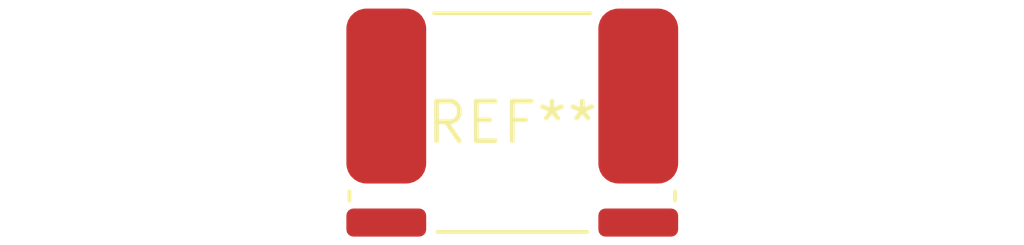
<source format=kicad_pcb>
(kicad_pcb (version 20240108) (generator pcbnew)
  (layers (0 "F.Cu" signal) (31 "B.Cu" signal) (34 "B.Paste" user) (35 "F.Paste" user) (36 "B.SilkS" user "B.Silkscreen") (37 "F.SilkS" user "F.Silkscreen") (38 "B.Mask" user) (39 "F.Mask" user) (44 "Edge.Cuts" user))
  (net 0 "")
  (footprint "R_Shunt_Isabellenhuette_BVR4026" (layer "F.Cu") (at 0 0)
    (property "Reference" "REF**")
    (property "Value" "R_Shunt_Isabellenhuette_BVR4026")
    (fp_line (start -5.2 2.2) (end -5.2 2.5) (layer "F.SilkS") (stroke (width 0.12)))
    (fp_line (start -2.5 -3.5) (end 2.5 -3.5) (layer "F.SilkS") (stroke (width 0.12)))
    (fp_line (start -2.4 3.5) (end 2.4 3.5) (layer "F.SilkS") (stroke (width 0.12)))
    (fp_line (start 5.2 2.2) (end 5.2 2.5) (layer "F.SilkS") (stroke (width 0.12)))
    (pad "1" smd roundrect (at -4.025 -0.85) (size 2.55 5.6) (layers "F.Cu" "F.Paste" "F.Mask"))
    (pad "2" smd roundrect (at -4.025 3.2) (size 2.55 0.9) (layers "F.Cu" "F.Paste" "F.Mask"))
    (pad "3" smd roundrect (at 4.025 3.2) (size 2.55 0.9) (layers "F.Cu" "F.Paste" "F.Mask"))
    (pad "4" smd roundrect (at 4.025 -0.85) (size 2.55 5.6) (layers "F.Cu" "F.Paste" "F.Mask"))
  )
)
</source>
